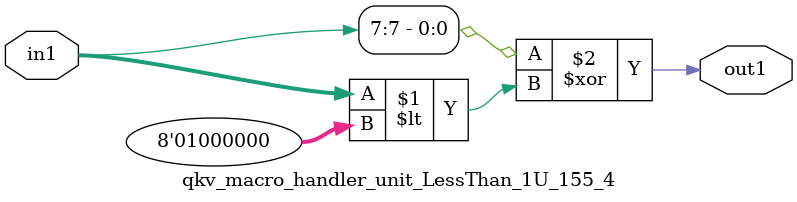
<source format=v>

`timescale 1ps / 1ps


module qkv_macro_handler_unit_LessThan_1U_155_4( in1, out1 );

    input [7:0] in1;
    output out1;

    
    // rtl_process:qkv_macro_handler_unit_LessThan_1U_155_4/qkv_macro_handler_unit_LessThan_1U_155_4_thread_1
    assign out1 = (in1[7] ^ in1 < 8'd064);

endmodule



</source>
